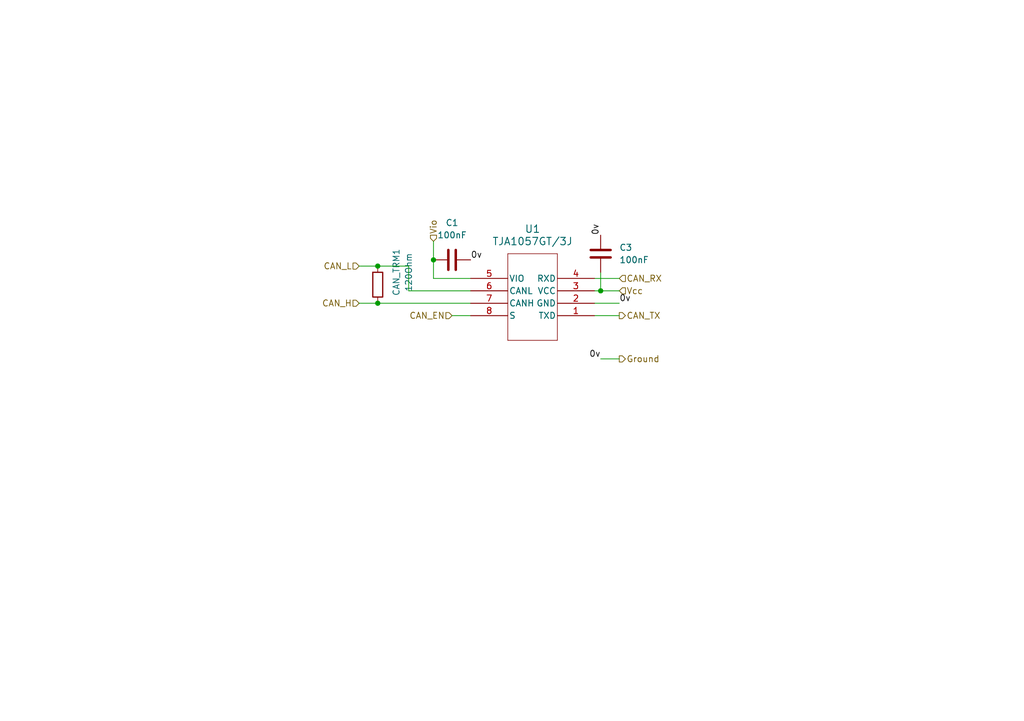
<source format=kicad_sch>
(kicad_sch (version 20230121) (generator eeschema)
  (paper "A5")
  (lib_symbols
    (symbol "Device:C" (pin_numbers hide) (pin_names (offset 0.254))
      (property "Reference" "C" (at 0.635 2.54 0))
      (property "Value" "C" (at 0.635 -2.54 0))
      (symbol "C_0_1"
        (polyline (pts (xy -2.032 -0.762) (xy 2.032 -0.762)) (stroke (width 0.508)))
        (polyline (pts (xy -2.032 0.762) (xy 2.032 0.762)) (stroke (width 0.508)))
      )
      (symbol "C_1_1"
        (pin passive line (at 0 3.81 270) (length 2.794) (name "~") (number "1"))
        (pin passive line (at 0 -3.81 90) (length 2.794) (name "~") (number "2"))
      )
    )
    (symbol "Device:R" (pin_numbers hide) (pin_names (offset 0))
      (property "Reference" "R" (at 2.032 0 90))
      (property "Value" "R" (at 0 0 90))
      (symbol "R_0_1"
        (rectangle (start -1.016 -2.54) (end 1.016 2.54) (stroke (width 0.254)))
      )
      (symbol "R_1_1"
        (pin passive line (at 0 3.81 270) (length 1.27) (name "~") (number "1"))
        (pin passive line (at 0 -3.81 90) (length 1.27) (name "~") (number "2"))
      )
    )
    (symbol "TJA1057BT:TJA1057GT_3J" (pin_names (offset 0.254))
      (property "Reference" "U" (at 0 13.97 0))
      (property "Value" "TJA1057GT/3J" (at 0 11.43 0))
      (symbol "TJA1057GT_3J_0_1"
        (polyline (pts (xy -5.08 -8.89) (xy 5.08 -8.89)) (stroke (width 0.127)))
        (polyline (pts (xy -5.08 8.89) (xy -5.08 -8.89)) (stroke (width 0.127)))
        (polyline (pts (xy 5.08 -8.89) (xy 5.08 8.89)) (stroke (width 0.127)))
        (polyline (pts (xy 5.08 8.89) (xy -5.08 8.89)) (stroke (width 0.127)))
        (pin input line (at -12.7 3.81 0) (length 7.62) (name "TXD") (number "1"))
        (pin power_out line (at -12.7 1.27 0) (length 7.62) (name "GND") (number "2"))
        (pin power_in line (at -12.7 -1.27 0) (length 7.62) (name "VCC") (number "3"))
        (pin output line (at -12.7 -3.81 0) (length 7.62) (name "RXD") (number "4"))
        (pin power_in line (at 12.7 -3.81 180) (length 7.62) (name "VIO") (number "5"))
        (pin bidirectional line (at 12.7 -1.27 180) (length 7.62) (name "CANL") (number "6"))
        (pin bidirectional line (at 12.7 1.27 180) (length 7.62) (name "CANH") (number "7"))
        (pin input line (at 12.7 3.81 180) (length 7.62) (name "S") (number "8"))
      )
    )
  )
  (junction (at 88.9 53.34))
  (junction (at 123.19 59.69))
  (junction (at 77.47 62.23))
  (junction (at 77.47 54.61))
  (wire (pts (xy 123.19 59.69) (xy 127 59.69)))
  (wire (pts (xy 88.9 49.53) (xy 88.9 53.34)))
  (wire (pts (xy 121.92 57.15) (xy 127 57.15)))
  (wire (pts (xy 123.19 55.88) (xy 123.19 59.69)))
  (wire (pts (xy 123.19 73.66) (xy 127 73.66)))
  (wire (pts (xy 121.92 62.23) (xy 127 62.23)))
  (wire (pts (xy 92.71 64.77) (xy 96.52 64.77)))
  (wire (pts (xy 77.47 62.23) (xy 96.52 62.23)))
  (wire (pts (xy 88.9 57.15) (xy 96.52 57.15)))
  (wire (pts (xy 73.66 62.23) (xy 77.47 62.23)))
  (wire (pts (xy 83.82 54.61) (xy 83.82 59.69)))
  (wire (pts (xy 123.19 59.69) (xy 121.92 59.69)))
  (wire (pts (xy 77.47 54.61) (xy 83.82 54.61)))
  (wire (pts (xy 73.66 54.61) (xy 77.47 54.61)))
  (wire (pts (xy 121.92 64.77) (xy 127 64.77)))
  (wire (pts (xy 88.9 53.34) (xy 88.9 57.15)))
  (wire (pts (xy 83.82 59.69) (xy 96.52 59.69)))
  (label "0v" (at 127 62.23 0))
  (label "0v" (at 96.52 53.34 0))
  (label "0v" (at 123.19 73.66 180))
  (label "0v" (at 123.19 48.26 90))
  (hierarchical_label "Vcc" (shape input) (at 127 59.69 0))
  (hierarchical_label "CAN_TX" (shape output) (at 127 64.77 0))
  (hierarchical_label "Vio" (shape input) (at 88.9 49.53 90))
  (hierarchical_label "CAN_L" (shape input) (at 73.66 54.61 180))
  (hierarchical_label "Ground" (shape output) (at 127 73.66 0))
  (hierarchical_label "CAN_RX" (shape input) (at 127 57.15 0))
  (hierarchical_label "CAN_EN" (shape input) (at 92.71 64.77 180))
  (hierarchical_label "CAN_H" (shape input) (at 73.66 62.23 180))
  (symbol (lib_id "Device:R") (at 77.47 58.42 0) (unit 1)
    (property "Reference" "CAN_TRM1" (at 81.28 55.88 90))
    (property "Value" "120Ohm" (at 83.82 55.88 90))
    (property "Footprint" "Resistor_SMD:R_0603_1608Metric" (effects hide))
  )
  (symbol (lib_id "Device:C") (at 92.71 53.34 90) (unit 1)
    (property "Reference" "C1" (at 92.71 45.72 90))
    (property "Value" "100nF" (at 92.71 48.26 90))
    (property "Footprint" "Capacitor_SMD:C_0603_1608Metric" (effects hide))
    (instances (project "hand" (path "" (reference "C1") (unit 1))) (project "shoulder" (path "" (reference "C8") (unit 1))))
  )
  (symbol (lib_id "Device:C") (at 123.19 52.07 180) (unit 1)
    (property "Reference" "C3" (at 127 50.8 0) (effects (justify right)))
    (property "Value" "100nF" (at 127 53.34 0) (effects (justify right)))
    (property "Footprint" "Capacitor_SMD:C_0603_1608Metric" (effects hide))
    (instances (project "hand" (path "" (reference "C3") (unit 1))) (project "shoulder" (path "" (reference "C9") (unit 1))))
  )
  (symbol (lib_id "TJA1057BT:TJA1057GT_3J") (at 109.22 60.96 180) (unit 1)
    (property "Reference" "U1" (at 109.22 46.99 0) (effects (font (size 1.524 1.524))))
    (property "Value" "TJA1057GT/3J" (at 109.22 49.53 0) (effects (font (size 1.524 1.524))))
    (property "Footprint" "TJA1057BT:SOT96-1_SO8_NXP" (effects hide))
    (property "Datasheet" "TJA1057GT/3J" (effects hide))
    (instances (project "hand" (path "" (reference "U1") (unit 1))) (project "shoulder" (path "" (reference "U3") (unit 1))))
  )
)
</source>
